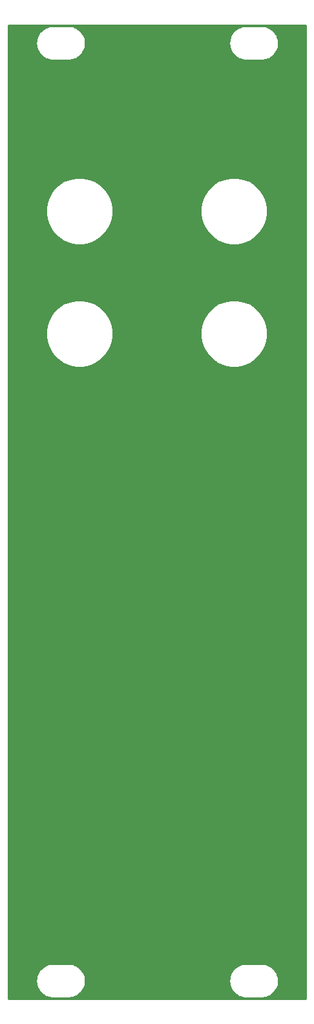
<source format=gbr>
G04 #@! TF.GenerationSoftware,KiCad,Pcbnew,(5.1.5-0)*
G04 #@! TF.CreationDate,2021-01-20T17:01:45-08:00*
G04 #@! TF.ProjectId,4seq,34736571-2e6b-4696-9361-645f70636258,rev?*
G04 #@! TF.SameCoordinates,Original*
G04 #@! TF.FileFunction,Copper,L2,Bot*
G04 #@! TF.FilePolarity,Positive*
%FSLAX46Y46*%
G04 Gerber Fmt 4.6, Leading zero omitted, Abs format (unit mm)*
G04 Created by KiCad (PCBNEW (5.1.5-0)) date 2021-01-20 17:01:45*
%MOMM*%
%LPD*%
G04 APERTURE LIST*
%ADD10C,5.100000*%
%ADD11C,6.100000*%
%ADD12C,0.254000*%
G04 APERTURE END LIST*
D10*
X35250000Y-110000000D03*
X25250000Y-110000000D03*
X15250000Y-110000000D03*
X5250000Y-110000000D03*
D11*
X35250000Y-99750000D03*
X5250000Y-83750000D03*
X35250000Y-83750000D03*
X25250000Y-83750000D03*
X15250000Y-83750000D03*
X5250000Y-99750000D03*
X25250000Y-99750000D03*
X15250000Y-99750000D03*
D12*
G36*
X39640001Y-127840000D02*
G01*
X660000Y-127840000D01*
X660000Y-125451353D01*
X4242755Y-125451353D01*
X4243173Y-125511171D01*
X4242755Y-125570988D01*
X4243655Y-125580160D01*
X4276296Y-125890715D01*
X4288320Y-125949291D01*
X4299532Y-126008070D01*
X4302196Y-126016892D01*
X4394535Y-126315192D01*
X4417715Y-126370335D01*
X4440124Y-126425800D01*
X4444451Y-126433937D01*
X4592972Y-126708621D01*
X4626417Y-126758205D01*
X4659177Y-126808268D01*
X4665001Y-126815409D01*
X4864047Y-127056013D01*
X4906482Y-127098154D01*
X4948346Y-127140903D01*
X4955446Y-127146777D01*
X5197435Y-127344138D01*
X5247259Y-127377241D01*
X5296615Y-127411036D01*
X5304721Y-127415419D01*
X5580435Y-127562019D01*
X5635704Y-127584799D01*
X5690724Y-127608381D01*
X5699527Y-127611105D01*
X5998465Y-127701359D01*
X6057138Y-127712976D01*
X6115655Y-127725415D01*
X6124820Y-127726378D01*
X6435594Y-127756850D01*
X6435598Y-127756850D01*
X6467581Y-127760000D01*
X8532419Y-127760000D01*
X8565986Y-127756694D01*
X8586744Y-127756694D01*
X8595909Y-127755731D01*
X8906228Y-127720923D01*
X8964731Y-127708487D01*
X9023419Y-127696867D01*
X9032222Y-127694142D01*
X9329870Y-127599723D01*
X9384792Y-127576183D01*
X9440159Y-127553363D01*
X9448265Y-127548979D01*
X9721904Y-127398544D01*
X9771217Y-127364779D01*
X9821088Y-127331645D01*
X9828188Y-127325770D01*
X10067397Y-127125049D01*
X10109241Y-127082320D01*
X10151694Y-127040162D01*
X10157519Y-127033020D01*
X10353185Y-126789660D01*
X10385938Y-126739608D01*
X10419391Y-126690013D01*
X10423714Y-126681881D01*
X10423717Y-126681877D01*
X10423719Y-126681873D01*
X10568388Y-126405146D01*
X10590785Y-126349711D01*
X10613978Y-126294539D01*
X10616641Y-126285717D01*
X10704807Y-125986156D01*
X10716007Y-125927440D01*
X10728045Y-125868798D01*
X10728944Y-125859627D01*
X10757245Y-125548647D01*
X10756827Y-125488830D01*
X10757088Y-125451353D01*
X29542755Y-125451353D01*
X29543173Y-125511171D01*
X29542755Y-125570988D01*
X29543655Y-125580160D01*
X29576296Y-125890715D01*
X29588320Y-125949291D01*
X29599532Y-126008070D01*
X29602196Y-126016892D01*
X29694535Y-126315192D01*
X29717715Y-126370335D01*
X29740124Y-126425800D01*
X29744451Y-126433937D01*
X29892972Y-126708621D01*
X29926417Y-126758205D01*
X29959177Y-126808268D01*
X29965001Y-126815409D01*
X30164047Y-127056013D01*
X30206482Y-127098154D01*
X30248346Y-127140903D01*
X30255446Y-127146777D01*
X30497435Y-127344138D01*
X30547259Y-127377241D01*
X30596615Y-127411036D01*
X30604721Y-127415419D01*
X30880435Y-127562019D01*
X30935704Y-127584799D01*
X30990724Y-127608381D01*
X30999527Y-127611105D01*
X31298465Y-127701359D01*
X31357138Y-127712976D01*
X31415655Y-127725415D01*
X31424820Y-127726378D01*
X31735594Y-127756850D01*
X31735598Y-127756850D01*
X31767581Y-127760000D01*
X33832419Y-127760000D01*
X33865986Y-127756694D01*
X33886744Y-127756694D01*
X33895909Y-127755731D01*
X34206228Y-127720923D01*
X34264731Y-127708487D01*
X34323419Y-127696867D01*
X34332222Y-127694142D01*
X34629870Y-127599723D01*
X34684792Y-127576183D01*
X34740159Y-127553363D01*
X34748265Y-127548979D01*
X35021904Y-127398544D01*
X35071217Y-127364779D01*
X35121088Y-127331645D01*
X35128188Y-127325770D01*
X35367397Y-127125049D01*
X35409241Y-127082320D01*
X35451694Y-127040162D01*
X35457519Y-127033020D01*
X35653185Y-126789660D01*
X35685938Y-126739608D01*
X35719391Y-126690013D01*
X35723714Y-126681881D01*
X35723717Y-126681877D01*
X35723719Y-126681873D01*
X35868388Y-126405146D01*
X35890785Y-126349711D01*
X35913978Y-126294539D01*
X35916641Y-126285717D01*
X36004807Y-125986156D01*
X36016007Y-125927440D01*
X36028045Y-125868798D01*
X36028944Y-125859627D01*
X36057245Y-125548647D01*
X36056827Y-125488829D01*
X36057245Y-125429012D01*
X36056345Y-125419841D01*
X36023704Y-125109285D01*
X36011680Y-125050709D01*
X36000468Y-124991930D01*
X35997804Y-124983108D01*
X35905465Y-124684808D01*
X35882280Y-124629653D01*
X35859876Y-124574200D01*
X35855549Y-124566064D01*
X35855549Y-124566063D01*
X35855546Y-124566059D01*
X35707028Y-124291379D01*
X35673583Y-124241795D01*
X35640823Y-124191732D01*
X35634999Y-124184591D01*
X35435954Y-123943987D01*
X35393535Y-123901863D01*
X35351655Y-123859097D01*
X35344554Y-123853223D01*
X35102565Y-123655862D01*
X35052741Y-123622759D01*
X35003385Y-123588964D01*
X34995279Y-123584581D01*
X34719566Y-123437981D01*
X34664269Y-123415189D01*
X34609275Y-123391619D01*
X34600472Y-123388895D01*
X34301535Y-123298641D01*
X34242862Y-123287024D01*
X34184345Y-123274585D01*
X34175180Y-123273622D01*
X33864405Y-123243150D01*
X33864402Y-123243150D01*
X33832419Y-123240000D01*
X31767581Y-123240000D01*
X31734014Y-123243306D01*
X31713256Y-123243306D01*
X31704091Y-123244269D01*
X31393771Y-123279077D01*
X31335298Y-123291506D01*
X31276581Y-123303132D01*
X31267778Y-123305858D01*
X30970130Y-123400277D01*
X30915147Y-123423843D01*
X30859841Y-123446638D01*
X30851735Y-123451021D01*
X30578095Y-123601456D01*
X30528748Y-123635245D01*
X30478913Y-123668355D01*
X30471812Y-123674229D01*
X30232603Y-123874951D01*
X30190759Y-123917681D01*
X30148305Y-123959839D01*
X30142481Y-123966980D01*
X29946814Y-124210340D01*
X29914055Y-124260400D01*
X29880609Y-124309986D01*
X29876283Y-124318123D01*
X29731612Y-124594854D01*
X29709215Y-124650289D01*
X29686022Y-124705461D01*
X29683359Y-124714283D01*
X29595193Y-125013844D01*
X29583993Y-125072560D01*
X29571955Y-125131202D01*
X29571056Y-125140373D01*
X29542755Y-125451353D01*
X10757088Y-125451353D01*
X10757245Y-125429012D01*
X10756345Y-125419841D01*
X10723704Y-125109285D01*
X10711680Y-125050709D01*
X10700468Y-124991930D01*
X10697804Y-124983108D01*
X10605465Y-124684808D01*
X10582280Y-124629653D01*
X10559876Y-124574200D01*
X10555549Y-124566064D01*
X10555549Y-124566063D01*
X10555546Y-124566059D01*
X10407028Y-124291379D01*
X10373583Y-124241795D01*
X10340823Y-124191732D01*
X10334999Y-124184591D01*
X10135954Y-123943987D01*
X10093535Y-123901863D01*
X10051655Y-123859097D01*
X10044554Y-123853223D01*
X9802565Y-123655862D01*
X9752741Y-123622759D01*
X9703385Y-123588964D01*
X9695279Y-123584581D01*
X9419566Y-123437981D01*
X9364269Y-123415189D01*
X9309275Y-123391619D01*
X9300472Y-123388895D01*
X9001535Y-123298641D01*
X8942862Y-123287024D01*
X8884345Y-123274585D01*
X8875180Y-123273622D01*
X8564405Y-123243150D01*
X8564402Y-123243150D01*
X8532419Y-123240000D01*
X6467581Y-123240000D01*
X6434014Y-123243306D01*
X6413256Y-123243306D01*
X6404091Y-123244269D01*
X6093771Y-123279077D01*
X6035298Y-123291506D01*
X5976581Y-123303132D01*
X5967778Y-123305858D01*
X5670130Y-123400277D01*
X5615147Y-123423843D01*
X5559841Y-123446638D01*
X5551735Y-123451021D01*
X5278095Y-123601456D01*
X5228748Y-123635245D01*
X5178913Y-123668355D01*
X5171812Y-123674229D01*
X4932603Y-123874951D01*
X4890759Y-123917681D01*
X4848305Y-123959839D01*
X4842481Y-123966980D01*
X4646814Y-124210340D01*
X4614055Y-124260400D01*
X4580609Y-124309986D01*
X4576283Y-124318123D01*
X4431612Y-124594854D01*
X4409215Y-124650289D01*
X4386022Y-124705461D01*
X4383359Y-124714283D01*
X4295193Y-125013844D01*
X4283993Y-125072560D01*
X4271955Y-125131202D01*
X4271056Y-125140373D01*
X4242755Y-125451353D01*
X660000Y-125451353D01*
X660000Y-40515784D01*
X5541332Y-40515784D01*
X5541332Y-41384216D01*
X5710754Y-42235961D01*
X6043089Y-43038288D01*
X6525564Y-43760362D01*
X7139638Y-44374436D01*
X7861712Y-44856911D01*
X8664039Y-45189246D01*
X9515784Y-45358668D01*
X10384216Y-45358668D01*
X11235961Y-45189246D01*
X12038288Y-44856911D01*
X12760362Y-44374436D01*
X13374436Y-43760362D01*
X13856911Y-43038288D01*
X14189246Y-42235961D01*
X14358668Y-41384216D01*
X14358668Y-40515784D01*
X25791332Y-40515784D01*
X25791332Y-41384216D01*
X25960754Y-42235961D01*
X26293089Y-43038288D01*
X26775564Y-43760362D01*
X27389638Y-44374436D01*
X28111712Y-44856911D01*
X28914039Y-45189246D01*
X29765784Y-45358668D01*
X30634216Y-45358668D01*
X31485961Y-45189246D01*
X32288288Y-44856911D01*
X33010362Y-44374436D01*
X33624436Y-43760362D01*
X34106911Y-43038288D01*
X34439246Y-42235961D01*
X34608668Y-41384216D01*
X34608668Y-40515784D01*
X34439246Y-39664039D01*
X34106911Y-38861712D01*
X33624436Y-38139638D01*
X33010362Y-37525564D01*
X32288288Y-37043089D01*
X31485961Y-36710754D01*
X30634216Y-36541332D01*
X29765784Y-36541332D01*
X28914039Y-36710754D01*
X28111712Y-37043089D01*
X27389638Y-37525564D01*
X26775564Y-38139638D01*
X26293089Y-38861712D01*
X25960754Y-39664039D01*
X25791332Y-40515784D01*
X14358668Y-40515784D01*
X14189246Y-39664039D01*
X13856911Y-38861712D01*
X13374436Y-38139638D01*
X12760362Y-37525564D01*
X12038288Y-37043089D01*
X11235961Y-36710754D01*
X10384216Y-36541332D01*
X9515784Y-36541332D01*
X8664039Y-36710754D01*
X7861712Y-37043089D01*
X7139638Y-37525564D01*
X6525564Y-38139638D01*
X6043089Y-38861712D01*
X5710754Y-39664039D01*
X5541332Y-40515784D01*
X660000Y-40515784D01*
X660000Y-24515784D01*
X5541332Y-24515784D01*
X5541332Y-25384216D01*
X5710754Y-26235961D01*
X6043089Y-27038288D01*
X6525564Y-27760362D01*
X7139638Y-28374436D01*
X7861712Y-28856911D01*
X8664039Y-29189246D01*
X9515784Y-29358668D01*
X10384216Y-29358668D01*
X11235961Y-29189246D01*
X12038288Y-28856911D01*
X12760362Y-28374436D01*
X13374436Y-27760362D01*
X13856911Y-27038288D01*
X14189246Y-26235961D01*
X14358668Y-25384216D01*
X14358668Y-24515784D01*
X25791332Y-24515784D01*
X25791332Y-25384216D01*
X25960754Y-26235961D01*
X26293089Y-27038288D01*
X26775564Y-27760362D01*
X27389638Y-28374436D01*
X28111712Y-28856911D01*
X28914039Y-29189246D01*
X29765784Y-29358668D01*
X30634216Y-29358668D01*
X31485961Y-29189246D01*
X32288288Y-28856911D01*
X33010362Y-28374436D01*
X33624436Y-27760362D01*
X34106911Y-27038288D01*
X34439246Y-26235961D01*
X34608668Y-25384216D01*
X34608668Y-24515784D01*
X34439246Y-23664039D01*
X34106911Y-22861712D01*
X33624436Y-22139638D01*
X33010362Y-21525564D01*
X32288288Y-21043089D01*
X31485961Y-20710754D01*
X30634216Y-20541332D01*
X29765784Y-20541332D01*
X28914039Y-20710754D01*
X28111712Y-21043089D01*
X27389638Y-21525564D01*
X26775564Y-22139638D01*
X26293089Y-22861712D01*
X25960754Y-23664039D01*
X25791332Y-24515784D01*
X14358668Y-24515784D01*
X14189246Y-23664039D01*
X13856911Y-22861712D01*
X13374436Y-22139638D01*
X12760362Y-21525564D01*
X12038288Y-21043089D01*
X11235961Y-20710754D01*
X10384216Y-20541332D01*
X9515784Y-20541332D01*
X8664039Y-20710754D01*
X7861712Y-21043089D01*
X7139638Y-21525564D01*
X6525564Y-22139638D01*
X6043089Y-22861712D01*
X5710754Y-23664039D01*
X5541332Y-24515784D01*
X660000Y-24515784D01*
X660000Y-2951353D01*
X4242755Y-2951353D01*
X4243173Y-3011171D01*
X4242755Y-3070988D01*
X4243655Y-3080160D01*
X4276296Y-3390715D01*
X4288320Y-3449291D01*
X4299532Y-3508070D01*
X4302196Y-3516892D01*
X4394535Y-3815192D01*
X4417715Y-3870335D01*
X4440124Y-3925800D01*
X4444451Y-3933937D01*
X4592972Y-4208621D01*
X4626417Y-4258205D01*
X4659177Y-4308268D01*
X4665001Y-4315409D01*
X4864047Y-4556013D01*
X4906482Y-4598154D01*
X4948346Y-4640903D01*
X4955446Y-4646777D01*
X5197435Y-4844138D01*
X5247259Y-4877241D01*
X5296615Y-4911036D01*
X5304721Y-4915419D01*
X5580435Y-5062019D01*
X5635704Y-5084799D01*
X5690724Y-5108381D01*
X5699527Y-5111105D01*
X5998465Y-5201359D01*
X6057138Y-5212976D01*
X6115655Y-5225415D01*
X6124820Y-5226378D01*
X6435594Y-5256850D01*
X6435598Y-5256850D01*
X6467581Y-5260000D01*
X8532419Y-5260000D01*
X8565986Y-5256694D01*
X8586744Y-5256694D01*
X8595909Y-5255731D01*
X8906228Y-5220923D01*
X8964731Y-5208487D01*
X9023419Y-5196867D01*
X9032222Y-5194142D01*
X9329870Y-5099723D01*
X9384792Y-5076183D01*
X9440159Y-5053363D01*
X9448265Y-5048979D01*
X9721904Y-4898544D01*
X9771217Y-4864779D01*
X9821088Y-4831645D01*
X9828188Y-4825770D01*
X10067397Y-4625049D01*
X10109241Y-4582320D01*
X10151694Y-4540162D01*
X10157519Y-4533020D01*
X10353185Y-4289660D01*
X10385938Y-4239608D01*
X10419391Y-4190013D01*
X10423714Y-4181881D01*
X10423717Y-4181877D01*
X10423719Y-4181873D01*
X10568388Y-3905146D01*
X10590785Y-3849711D01*
X10613978Y-3794539D01*
X10616641Y-3785717D01*
X10704807Y-3486156D01*
X10716007Y-3427440D01*
X10728045Y-3368798D01*
X10728944Y-3359627D01*
X10757245Y-3048647D01*
X10756827Y-2988830D01*
X10757088Y-2951353D01*
X29542755Y-2951353D01*
X29543173Y-3011171D01*
X29542755Y-3070988D01*
X29543655Y-3080160D01*
X29576296Y-3390715D01*
X29588320Y-3449291D01*
X29599532Y-3508070D01*
X29602196Y-3516892D01*
X29694535Y-3815192D01*
X29717715Y-3870335D01*
X29740124Y-3925800D01*
X29744451Y-3933937D01*
X29892972Y-4208621D01*
X29926417Y-4258205D01*
X29959177Y-4308268D01*
X29965001Y-4315409D01*
X30164047Y-4556013D01*
X30206482Y-4598154D01*
X30248346Y-4640903D01*
X30255446Y-4646777D01*
X30497435Y-4844138D01*
X30547259Y-4877241D01*
X30596615Y-4911036D01*
X30604721Y-4915419D01*
X30880435Y-5062019D01*
X30935704Y-5084799D01*
X30990724Y-5108381D01*
X30999527Y-5111105D01*
X31298465Y-5201359D01*
X31357138Y-5212976D01*
X31415655Y-5225415D01*
X31424820Y-5226378D01*
X31735594Y-5256850D01*
X31735598Y-5256850D01*
X31767581Y-5260000D01*
X33832419Y-5260000D01*
X33865986Y-5256694D01*
X33886744Y-5256694D01*
X33895909Y-5255731D01*
X34206228Y-5220923D01*
X34264731Y-5208487D01*
X34323419Y-5196867D01*
X34332222Y-5194142D01*
X34629870Y-5099723D01*
X34684792Y-5076183D01*
X34740159Y-5053363D01*
X34748265Y-5048979D01*
X35021904Y-4898544D01*
X35071217Y-4864779D01*
X35121088Y-4831645D01*
X35128188Y-4825770D01*
X35367397Y-4625049D01*
X35409241Y-4582320D01*
X35451694Y-4540162D01*
X35457519Y-4533020D01*
X35653185Y-4289660D01*
X35685938Y-4239608D01*
X35719391Y-4190013D01*
X35723714Y-4181881D01*
X35723717Y-4181877D01*
X35723719Y-4181873D01*
X35868388Y-3905146D01*
X35890785Y-3849711D01*
X35913978Y-3794539D01*
X35916641Y-3785717D01*
X36004807Y-3486156D01*
X36016007Y-3427440D01*
X36028045Y-3368798D01*
X36028944Y-3359627D01*
X36057245Y-3048647D01*
X36056827Y-2988829D01*
X36057245Y-2929012D01*
X36056345Y-2919841D01*
X36023704Y-2609285D01*
X36011680Y-2550709D01*
X36000468Y-2491930D01*
X35997804Y-2483108D01*
X35905465Y-2184808D01*
X35882280Y-2129653D01*
X35859876Y-2074200D01*
X35855549Y-2066064D01*
X35855549Y-2066063D01*
X35855546Y-2066059D01*
X35707028Y-1791379D01*
X35673583Y-1741795D01*
X35640823Y-1691732D01*
X35634999Y-1684591D01*
X35435954Y-1443987D01*
X35393535Y-1401863D01*
X35351655Y-1359097D01*
X35344554Y-1353223D01*
X35102565Y-1155862D01*
X35052741Y-1122759D01*
X35003385Y-1088964D01*
X34995279Y-1084581D01*
X34719566Y-937981D01*
X34664269Y-915189D01*
X34609275Y-891619D01*
X34600472Y-888895D01*
X34301535Y-798641D01*
X34242862Y-787024D01*
X34184345Y-774585D01*
X34175180Y-773622D01*
X33864405Y-743150D01*
X33864402Y-743150D01*
X33832419Y-740000D01*
X31767581Y-740000D01*
X31734014Y-743306D01*
X31713256Y-743306D01*
X31704091Y-744269D01*
X31393771Y-779077D01*
X31335298Y-791506D01*
X31276581Y-803132D01*
X31267778Y-805858D01*
X30970130Y-900277D01*
X30915147Y-923843D01*
X30859841Y-946638D01*
X30851735Y-951021D01*
X30578095Y-1101456D01*
X30528748Y-1135245D01*
X30478913Y-1168355D01*
X30471812Y-1174229D01*
X30232603Y-1374951D01*
X30190759Y-1417681D01*
X30148305Y-1459839D01*
X30142481Y-1466980D01*
X29946814Y-1710340D01*
X29914055Y-1760400D01*
X29880609Y-1809986D01*
X29876283Y-1818123D01*
X29731612Y-2094854D01*
X29709215Y-2150289D01*
X29686022Y-2205461D01*
X29683359Y-2214283D01*
X29595193Y-2513844D01*
X29583993Y-2572560D01*
X29571955Y-2631202D01*
X29571056Y-2640373D01*
X29542755Y-2951353D01*
X10757088Y-2951353D01*
X10757245Y-2929012D01*
X10756345Y-2919841D01*
X10723704Y-2609285D01*
X10711680Y-2550709D01*
X10700468Y-2491930D01*
X10697804Y-2483108D01*
X10605465Y-2184808D01*
X10582280Y-2129653D01*
X10559876Y-2074200D01*
X10555549Y-2066064D01*
X10555549Y-2066063D01*
X10555546Y-2066059D01*
X10407028Y-1791379D01*
X10373583Y-1741795D01*
X10340823Y-1691732D01*
X10334999Y-1684591D01*
X10135954Y-1443987D01*
X10093535Y-1401863D01*
X10051655Y-1359097D01*
X10044554Y-1353223D01*
X9802565Y-1155862D01*
X9752741Y-1122759D01*
X9703385Y-1088964D01*
X9695279Y-1084581D01*
X9419566Y-937981D01*
X9364269Y-915189D01*
X9309275Y-891619D01*
X9300472Y-888895D01*
X9001535Y-798641D01*
X8942862Y-787024D01*
X8884345Y-774585D01*
X8875180Y-773622D01*
X8564405Y-743150D01*
X8564402Y-743150D01*
X8532419Y-740000D01*
X6467581Y-740000D01*
X6434014Y-743306D01*
X6413256Y-743306D01*
X6404091Y-744269D01*
X6093771Y-779077D01*
X6035298Y-791506D01*
X5976581Y-803132D01*
X5967778Y-805858D01*
X5670130Y-900277D01*
X5615147Y-923843D01*
X5559841Y-946638D01*
X5551735Y-951021D01*
X5278095Y-1101456D01*
X5228748Y-1135245D01*
X5178913Y-1168355D01*
X5171812Y-1174229D01*
X4932603Y-1374951D01*
X4890759Y-1417681D01*
X4848305Y-1459839D01*
X4842481Y-1466980D01*
X4646814Y-1710340D01*
X4614055Y-1760400D01*
X4580609Y-1809986D01*
X4576283Y-1818123D01*
X4431612Y-2094854D01*
X4409215Y-2150289D01*
X4386022Y-2205461D01*
X4383359Y-2214283D01*
X4295193Y-2513844D01*
X4283993Y-2572560D01*
X4271955Y-2631202D01*
X4271056Y-2640373D01*
X4242755Y-2951353D01*
X660000Y-2951353D01*
X660000Y-660000D01*
X39640000Y-660000D01*
X39640001Y-127840000D01*
G37*
X39640001Y-127840000D02*
X660000Y-127840000D01*
X660000Y-125451353D01*
X4242755Y-125451353D01*
X4243173Y-125511171D01*
X4242755Y-125570988D01*
X4243655Y-125580160D01*
X4276296Y-125890715D01*
X4288320Y-125949291D01*
X4299532Y-126008070D01*
X4302196Y-126016892D01*
X4394535Y-126315192D01*
X4417715Y-126370335D01*
X4440124Y-126425800D01*
X4444451Y-126433937D01*
X4592972Y-126708621D01*
X4626417Y-126758205D01*
X4659177Y-126808268D01*
X4665001Y-126815409D01*
X4864047Y-127056013D01*
X4906482Y-127098154D01*
X4948346Y-127140903D01*
X4955446Y-127146777D01*
X5197435Y-127344138D01*
X5247259Y-127377241D01*
X5296615Y-127411036D01*
X5304721Y-127415419D01*
X5580435Y-127562019D01*
X5635704Y-127584799D01*
X5690724Y-127608381D01*
X5699527Y-127611105D01*
X5998465Y-127701359D01*
X6057138Y-127712976D01*
X6115655Y-127725415D01*
X6124820Y-127726378D01*
X6435594Y-127756850D01*
X6435598Y-127756850D01*
X6467581Y-127760000D01*
X8532419Y-127760000D01*
X8565986Y-127756694D01*
X8586744Y-127756694D01*
X8595909Y-127755731D01*
X8906228Y-127720923D01*
X8964731Y-127708487D01*
X9023419Y-127696867D01*
X9032222Y-127694142D01*
X9329870Y-127599723D01*
X9384792Y-127576183D01*
X9440159Y-127553363D01*
X9448265Y-127548979D01*
X9721904Y-127398544D01*
X9771217Y-127364779D01*
X9821088Y-127331645D01*
X9828188Y-127325770D01*
X10067397Y-127125049D01*
X10109241Y-127082320D01*
X10151694Y-127040162D01*
X10157519Y-127033020D01*
X10353185Y-126789660D01*
X10385938Y-126739608D01*
X10419391Y-126690013D01*
X10423714Y-126681881D01*
X10423717Y-126681877D01*
X10423719Y-126681873D01*
X10568388Y-126405146D01*
X10590785Y-126349711D01*
X10613978Y-126294539D01*
X10616641Y-126285717D01*
X10704807Y-125986156D01*
X10716007Y-125927440D01*
X10728045Y-125868798D01*
X10728944Y-125859627D01*
X10757245Y-125548647D01*
X10756827Y-125488830D01*
X10757088Y-125451353D01*
X29542755Y-125451353D01*
X29543173Y-125511171D01*
X29542755Y-125570988D01*
X29543655Y-125580160D01*
X29576296Y-125890715D01*
X29588320Y-125949291D01*
X29599532Y-126008070D01*
X29602196Y-126016892D01*
X29694535Y-126315192D01*
X29717715Y-126370335D01*
X29740124Y-126425800D01*
X29744451Y-126433937D01*
X29892972Y-126708621D01*
X29926417Y-126758205D01*
X29959177Y-126808268D01*
X29965001Y-126815409D01*
X30164047Y-127056013D01*
X30206482Y-127098154D01*
X30248346Y-127140903D01*
X30255446Y-127146777D01*
X30497435Y-127344138D01*
X30547259Y-127377241D01*
X30596615Y-127411036D01*
X30604721Y-127415419D01*
X30880435Y-127562019D01*
X30935704Y-127584799D01*
X30990724Y-127608381D01*
X30999527Y-127611105D01*
X31298465Y-127701359D01*
X31357138Y-127712976D01*
X31415655Y-127725415D01*
X31424820Y-127726378D01*
X31735594Y-127756850D01*
X31735598Y-127756850D01*
X31767581Y-127760000D01*
X33832419Y-127760000D01*
X33865986Y-127756694D01*
X33886744Y-127756694D01*
X33895909Y-127755731D01*
X34206228Y-127720923D01*
X34264731Y-127708487D01*
X34323419Y-127696867D01*
X34332222Y-127694142D01*
X34629870Y-127599723D01*
X34684792Y-127576183D01*
X34740159Y-127553363D01*
X34748265Y-127548979D01*
X35021904Y-127398544D01*
X35071217Y-127364779D01*
X35121088Y-127331645D01*
X35128188Y-127325770D01*
X35367397Y-127125049D01*
X35409241Y-127082320D01*
X35451694Y-127040162D01*
X35457519Y-127033020D01*
X35653185Y-126789660D01*
X35685938Y-126739608D01*
X35719391Y-126690013D01*
X35723714Y-126681881D01*
X35723717Y-126681877D01*
X35723719Y-126681873D01*
X35868388Y-126405146D01*
X35890785Y-126349711D01*
X35913978Y-126294539D01*
X35916641Y-126285717D01*
X36004807Y-125986156D01*
X36016007Y-125927440D01*
X36028045Y-125868798D01*
X36028944Y-125859627D01*
X36057245Y-125548647D01*
X36056827Y-125488829D01*
X36057245Y-125429012D01*
X36056345Y-125419841D01*
X36023704Y-125109285D01*
X36011680Y-125050709D01*
X36000468Y-124991930D01*
X35997804Y-124983108D01*
X35905465Y-124684808D01*
X35882280Y-124629653D01*
X35859876Y-124574200D01*
X35855549Y-124566064D01*
X35855549Y-124566063D01*
X35855546Y-124566059D01*
X35707028Y-124291379D01*
X35673583Y-124241795D01*
X35640823Y-124191732D01*
X35634999Y-124184591D01*
X35435954Y-123943987D01*
X35393535Y-123901863D01*
X35351655Y-123859097D01*
X35344554Y-123853223D01*
X35102565Y-123655862D01*
X35052741Y-123622759D01*
X35003385Y-123588964D01*
X34995279Y-123584581D01*
X34719566Y-123437981D01*
X34664269Y-123415189D01*
X34609275Y-123391619D01*
X34600472Y-123388895D01*
X34301535Y-123298641D01*
X34242862Y-123287024D01*
X34184345Y-123274585D01*
X34175180Y-123273622D01*
X33864405Y-123243150D01*
X33864402Y-123243150D01*
X33832419Y-123240000D01*
X31767581Y-123240000D01*
X31734014Y-123243306D01*
X31713256Y-123243306D01*
X31704091Y-123244269D01*
X31393771Y-123279077D01*
X31335298Y-123291506D01*
X31276581Y-123303132D01*
X31267778Y-123305858D01*
X30970130Y-123400277D01*
X30915147Y-123423843D01*
X30859841Y-123446638D01*
X30851735Y-123451021D01*
X30578095Y-123601456D01*
X30528748Y-123635245D01*
X30478913Y-123668355D01*
X30471812Y-123674229D01*
X30232603Y-123874951D01*
X30190759Y-123917681D01*
X30148305Y-123959839D01*
X30142481Y-123966980D01*
X29946814Y-124210340D01*
X29914055Y-124260400D01*
X29880609Y-124309986D01*
X29876283Y-124318123D01*
X29731612Y-124594854D01*
X29709215Y-124650289D01*
X29686022Y-124705461D01*
X29683359Y-124714283D01*
X29595193Y-125013844D01*
X29583993Y-125072560D01*
X29571955Y-125131202D01*
X29571056Y-125140373D01*
X29542755Y-125451353D01*
X10757088Y-125451353D01*
X10757245Y-125429012D01*
X10756345Y-125419841D01*
X10723704Y-125109285D01*
X10711680Y-125050709D01*
X10700468Y-124991930D01*
X10697804Y-124983108D01*
X10605465Y-124684808D01*
X10582280Y-124629653D01*
X10559876Y-124574200D01*
X10555549Y-124566064D01*
X10555549Y-124566063D01*
X10555546Y-124566059D01*
X10407028Y-124291379D01*
X10373583Y-124241795D01*
X10340823Y-124191732D01*
X10334999Y-124184591D01*
X10135954Y-123943987D01*
X10093535Y-123901863D01*
X10051655Y-123859097D01*
X10044554Y-123853223D01*
X9802565Y-123655862D01*
X9752741Y-123622759D01*
X9703385Y-123588964D01*
X9695279Y-123584581D01*
X9419566Y-123437981D01*
X9364269Y-123415189D01*
X9309275Y-123391619D01*
X9300472Y-123388895D01*
X9001535Y-123298641D01*
X8942862Y-123287024D01*
X8884345Y-123274585D01*
X8875180Y-123273622D01*
X8564405Y-123243150D01*
X8564402Y-123243150D01*
X8532419Y-123240000D01*
X6467581Y-123240000D01*
X6434014Y-123243306D01*
X6413256Y-123243306D01*
X6404091Y-123244269D01*
X6093771Y-123279077D01*
X6035298Y-123291506D01*
X5976581Y-123303132D01*
X5967778Y-123305858D01*
X5670130Y-123400277D01*
X5615147Y-123423843D01*
X5559841Y-123446638D01*
X5551735Y-123451021D01*
X5278095Y-123601456D01*
X5228748Y-123635245D01*
X5178913Y-123668355D01*
X5171812Y-123674229D01*
X4932603Y-123874951D01*
X4890759Y-123917681D01*
X4848305Y-123959839D01*
X4842481Y-123966980D01*
X4646814Y-124210340D01*
X4614055Y-124260400D01*
X4580609Y-124309986D01*
X4576283Y-124318123D01*
X4431612Y-124594854D01*
X4409215Y-124650289D01*
X4386022Y-124705461D01*
X4383359Y-124714283D01*
X4295193Y-125013844D01*
X4283993Y-125072560D01*
X4271955Y-125131202D01*
X4271056Y-125140373D01*
X4242755Y-125451353D01*
X660000Y-125451353D01*
X660000Y-40515784D01*
X5541332Y-40515784D01*
X5541332Y-41384216D01*
X5710754Y-42235961D01*
X6043089Y-43038288D01*
X6525564Y-43760362D01*
X7139638Y-44374436D01*
X7861712Y-44856911D01*
X8664039Y-45189246D01*
X9515784Y-45358668D01*
X10384216Y-45358668D01*
X11235961Y-45189246D01*
X12038288Y-44856911D01*
X12760362Y-44374436D01*
X13374436Y-43760362D01*
X13856911Y-43038288D01*
X14189246Y-42235961D01*
X14358668Y-41384216D01*
X14358668Y-40515784D01*
X25791332Y-40515784D01*
X25791332Y-41384216D01*
X25960754Y-42235961D01*
X26293089Y-43038288D01*
X26775564Y-43760362D01*
X27389638Y-44374436D01*
X28111712Y-44856911D01*
X28914039Y-45189246D01*
X29765784Y-45358668D01*
X30634216Y-45358668D01*
X31485961Y-45189246D01*
X32288288Y-44856911D01*
X33010362Y-44374436D01*
X33624436Y-43760362D01*
X34106911Y-43038288D01*
X34439246Y-42235961D01*
X34608668Y-41384216D01*
X34608668Y-40515784D01*
X34439246Y-39664039D01*
X34106911Y-38861712D01*
X33624436Y-38139638D01*
X33010362Y-37525564D01*
X32288288Y-37043089D01*
X31485961Y-36710754D01*
X30634216Y-36541332D01*
X29765784Y-36541332D01*
X28914039Y-36710754D01*
X28111712Y-37043089D01*
X27389638Y-37525564D01*
X26775564Y-38139638D01*
X26293089Y-38861712D01*
X25960754Y-39664039D01*
X25791332Y-40515784D01*
X14358668Y-40515784D01*
X14189246Y-39664039D01*
X13856911Y-38861712D01*
X13374436Y-38139638D01*
X12760362Y-37525564D01*
X12038288Y-37043089D01*
X11235961Y-36710754D01*
X10384216Y-36541332D01*
X9515784Y-36541332D01*
X8664039Y-36710754D01*
X7861712Y-37043089D01*
X7139638Y-37525564D01*
X6525564Y-38139638D01*
X6043089Y-38861712D01*
X5710754Y-39664039D01*
X5541332Y-40515784D01*
X660000Y-40515784D01*
X660000Y-24515784D01*
X5541332Y-24515784D01*
X5541332Y-25384216D01*
X5710754Y-26235961D01*
X6043089Y-27038288D01*
X6525564Y-27760362D01*
X7139638Y-28374436D01*
X7861712Y-28856911D01*
X8664039Y-29189246D01*
X9515784Y-29358668D01*
X10384216Y-29358668D01*
X11235961Y-29189246D01*
X12038288Y-28856911D01*
X12760362Y-28374436D01*
X13374436Y-27760362D01*
X13856911Y-27038288D01*
X14189246Y-26235961D01*
X14358668Y-25384216D01*
X14358668Y-24515784D01*
X25791332Y-24515784D01*
X25791332Y-25384216D01*
X25960754Y-26235961D01*
X26293089Y-27038288D01*
X26775564Y-27760362D01*
X27389638Y-28374436D01*
X28111712Y-28856911D01*
X28914039Y-29189246D01*
X29765784Y-29358668D01*
X30634216Y-29358668D01*
X31485961Y-29189246D01*
X32288288Y-28856911D01*
X33010362Y-28374436D01*
X33624436Y-27760362D01*
X34106911Y-27038288D01*
X34439246Y-26235961D01*
X34608668Y-25384216D01*
X34608668Y-24515784D01*
X34439246Y-23664039D01*
X34106911Y-22861712D01*
X33624436Y-22139638D01*
X33010362Y-21525564D01*
X32288288Y-21043089D01*
X31485961Y-20710754D01*
X30634216Y-20541332D01*
X29765784Y-20541332D01*
X28914039Y-20710754D01*
X28111712Y-21043089D01*
X27389638Y-21525564D01*
X26775564Y-22139638D01*
X26293089Y-22861712D01*
X25960754Y-23664039D01*
X25791332Y-24515784D01*
X14358668Y-24515784D01*
X14189246Y-23664039D01*
X13856911Y-22861712D01*
X13374436Y-22139638D01*
X12760362Y-21525564D01*
X12038288Y-21043089D01*
X11235961Y-20710754D01*
X10384216Y-20541332D01*
X9515784Y-20541332D01*
X8664039Y-20710754D01*
X7861712Y-21043089D01*
X7139638Y-21525564D01*
X6525564Y-22139638D01*
X6043089Y-22861712D01*
X5710754Y-23664039D01*
X5541332Y-24515784D01*
X660000Y-24515784D01*
X660000Y-2951353D01*
X4242755Y-2951353D01*
X4243173Y-3011171D01*
X4242755Y-3070988D01*
X4243655Y-3080160D01*
X4276296Y-3390715D01*
X4288320Y-3449291D01*
X4299532Y-3508070D01*
X4302196Y-3516892D01*
X4394535Y-3815192D01*
X4417715Y-3870335D01*
X4440124Y-3925800D01*
X4444451Y-3933937D01*
X4592972Y-4208621D01*
X4626417Y-4258205D01*
X4659177Y-4308268D01*
X4665001Y-4315409D01*
X4864047Y-4556013D01*
X4906482Y-4598154D01*
X4948346Y-4640903D01*
X4955446Y-4646777D01*
X5197435Y-4844138D01*
X5247259Y-4877241D01*
X5296615Y-4911036D01*
X5304721Y-4915419D01*
X5580435Y-5062019D01*
X5635704Y-5084799D01*
X5690724Y-5108381D01*
X5699527Y-5111105D01*
X5998465Y-5201359D01*
X6057138Y-5212976D01*
X6115655Y-5225415D01*
X6124820Y-5226378D01*
X6435594Y-5256850D01*
X6435598Y-5256850D01*
X6467581Y-5260000D01*
X8532419Y-5260000D01*
X8565986Y-5256694D01*
X8586744Y-5256694D01*
X8595909Y-5255731D01*
X8906228Y-5220923D01*
X8964731Y-5208487D01*
X9023419Y-5196867D01*
X9032222Y-5194142D01*
X9329870Y-5099723D01*
X9384792Y-5076183D01*
X9440159Y-5053363D01*
X9448265Y-5048979D01*
X9721904Y-4898544D01*
X9771217Y-4864779D01*
X9821088Y-4831645D01*
X9828188Y-4825770D01*
X10067397Y-4625049D01*
X10109241Y-4582320D01*
X10151694Y-4540162D01*
X10157519Y-4533020D01*
X10353185Y-4289660D01*
X10385938Y-4239608D01*
X10419391Y-4190013D01*
X10423714Y-4181881D01*
X10423717Y-4181877D01*
X10423719Y-4181873D01*
X10568388Y-3905146D01*
X10590785Y-3849711D01*
X10613978Y-3794539D01*
X10616641Y-3785717D01*
X10704807Y-3486156D01*
X10716007Y-3427440D01*
X10728045Y-3368798D01*
X10728944Y-3359627D01*
X10757245Y-3048647D01*
X10756827Y-2988830D01*
X10757088Y-2951353D01*
X29542755Y-2951353D01*
X29543173Y-3011171D01*
X29542755Y-3070988D01*
X29543655Y-3080160D01*
X29576296Y-3390715D01*
X29588320Y-3449291D01*
X29599532Y-3508070D01*
X29602196Y-3516892D01*
X29694535Y-3815192D01*
X29717715Y-3870335D01*
X29740124Y-3925800D01*
X29744451Y-3933937D01*
X29892972Y-4208621D01*
X29926417Y-4258205D01*
X29959177Y-4308268D01*
X29965001Y-4315409D01*
X30164047Y-4556013D01*
X30206482Y-4598154D01*
X30248346Y-4640903D01*
X30255446Y-4646777D01*
X30497435Y-4844138D01*
X30547259Y-4877241D01*
X30596615Y-4911036D01*
X30604721Y-4915419D01*
X30880435Y-5062019D01*
X30935704Y-5084799D01*
X30990724Y-5108381D01*
X30999527Y-5111105D01*
X31298465Y-5201359D01*
X31357138Y-5212976D01*
X31415655Y-5225415D01*
X31424820Y-5226378D01*
X31735594Y-5256850D01*
X31735598Y-5256850D01*
X31767581Y-5260000D01*
X33832419Y-5260000D01*
X33865986Y-5256694D01*
X33886744Y-5256694D01*
X33895909Y-5255731D01*
X34206228Y-5220923D01*
X34264731Y-5208487D01*
X34323419Y-5196867D01*
X34332222Y-5194142D01*
X34629870Y-5099723D01*
X34684792Y-5076183D01*
X34740159Y-5053363D01*
X34748265Y-5048979D01*
X35021904Y-4898544D01*
X35071217Y-4864779D01*
X35121088Y-4831645D01*
X35128188Y-4825770D01*
X35367397Y-4625049D01*
X35409241Y-4582320D01*
X35451694Y-4540162D01*
X35457519Y-4533020D01*
X35653185Y-4289660D01*
X35685938Y-4239608D01*
X35719391Y-4190013D01*
X35723714Y-4181881D01*
X35723717Y-4181877D01*
X35723719Y-4181873D01*
X35868388Y-3905146D01*
X35890785Y-3849711D01*
X35913978Y-3794539D01*
X35916641Y-3785717D01*
X36004807Y-3486156D01*
X36016007Y-3427440D01*
X36028045Y-3368798D01*
X36028944Y-3359627D01*
X36057245Y-3048647D01*
X36056827Y-2988829D01*
X36057245Y-2929012D01*
X36056345Y-2919841D01*
X36023704Y-2609285D01*
X36011680Y-2550709D01*
X36000468Y-2491930D01*
X35997804Y-2483108D01*
X35905465Y-2184808D01*
X35882280Y-2129653D01*
X35859876Y-2074200D01*
X35855549Y-2066064D01*
X35855549Y-2066063D01*
X35855546Y-2066059D01*
X35707028Y-1791379D01*
X35673583Y-1741795D01*
X35640823Y-1691732D01*
X35634999Y-1684591D01*
X35435954Y-1443987D01*
X35393535Y-1401863D01*
X35351655Y-1359097D01*
X35344554Y-1353223D01*
X35102565Y-1155862D01*
X35052741Y-1122759D01*
X35003385Y-1088964D01*
X34995279Y-1084581D01*
X34719566Y-937981D01*
X34664269Y-915189D01*
X34609275Y-891619D01*
X34600472Y-888895D01*
X34301535Y-798641D01*
X34242862Y-787024D01*
X34184345Y-774585D01*
X34175180Y-773622D01*
X33864405Y-743150D01*
X33864402Y-743150D01*
X33832419Y-740000D01*
X31767581Y-740000D01*
X31734014Y-743306D01*
X31713256Y-743306D01*
X31704091Y-744269D01*
X31393771Y-779077D01*
X31335298Y-791506D01*
X31276581Y-803132D01*
X31267778Y-805858D01*
X30970130Y-900277D01*
X30915147Y-923843D01*
X30859841Y-946638D01*
X30851735Y-951021D01*
X30578095Y-1101456D01*
X30528748Y-1135245D01*
X30478913Y-1168355D01*
X30471812Y-1174229D01*
X30232603Y-1374951D01*
X30190759Y-1417681D01*
X30148305Y-1459839D01*
X30142481Y-1466980D01*
X29946814Y-1710340D01*
X29914055Y-1760400D01*
X29880609Y-1809986D01*
X29876283Y-1818123D01*
X29731612Y-2094854D01*
X29709215Y-2150289D01*
X29686022Y-2205461D01*
X29683359Y-2214283D01*
X29595193Y-2513844D01*
X29583993Y-2572560D01*
X29571955Y-2631202D01*
X29571056Y-2640373D01*
X29542755Y-2951353D01*
X10757088Y-2951353D01*
X10757245Y-2929012D01*
X10756345Y-2919841D01*
X10723704Y-2609285D01*
X10711680Y-2550709D01*
X10700468Y-2491930D01*
X10697804Y-2483108D01*
X10605465Y-2184808D01*
X10582280Y-2129653D01*
X10559876Y-2074200D01*
X10555549Y-2066064D01*
X10555549Y-2066063D01*
X10555546Y-2066059D01*
X10407028Y-1791379D01*
X10373583Y-1741795D01*
X10340823Y-1691732D01*
X10334999Y-1684591D01*
X10135954Y-1443987D01*
X10093535Y-1401863D01*
X10051655Y-1359097D01*
X10044554Y-1353223D01*
X9802565Y-1155862D01*
X9752741Y-1122759D01*
X9703385Y-1088964D01*
X9695279Y-1084581D01*
X9419566Y-937981D01*
X9364269Y-915189D01*
X9309275Y-891619D01*
X9300472Y-888895D01*
X9001535Y-798641D01*
X8942862Y-787024D01*
X8884345Y-774585D01*
X8875180Y-773622D01*
X8564405Y-743150D01*
X8564402Y-743150D01*
X8532419Y-740000D01*
X6467581Y-740000D01*
X6434014Y-743306D01*
X6413256Y-743306D01*
X6404091Y-744269D01*
X6093771Y-779077D01*
X6035298Y-791506D01*
X5976581Y-803132D01*
X5967778Y-805858D01*
X5670130Y-900277D01*
X5615147Y-923843D01*
X5559841Y-946638D01*
X5551735Y-951021D01*
X5278095Y-1101456D01*
X5228748Y-1135245D01*
X5178913Y-1168355D01*
X5171812Y-1174229D01*
X4932603Y-1374951D01*
X4890759Y-1417681D01*
X4848305Y-1459839D01*
X4842481Y-1466980D01*
X4646814Y-1710340D01*
X4614055Y-1760400D01*
X4580609Y-1809986D01*
X4576283Y-1818123D01*
X4431612Y-2094854D01*
X4409215Y-2150289D01*
X4386022Y-2205461D01*
X4383359Y-2214283D01*
X4295193Y-2513844D01*
X4283993Y-2572560D01*
X4271955Y-2631202D01*
X4271056Y-2640373D01*
X4242755Y-2951353D01*
X660000Y-2951353D01*
X660000Y-660000D01*
X39640000Y-660000D01*
X39640001Y-127840000D01*
M02*

</source>
